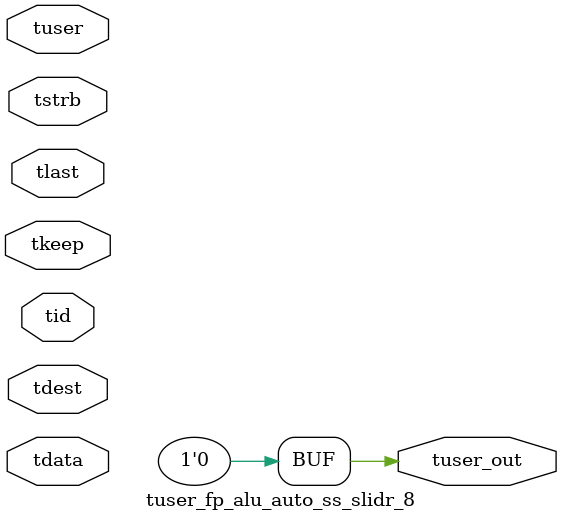
<source format=v>


`timescale 1ps/1ps

module tuser_fp_alu_auto_ss_slidr_8 #
(
parameter C_S_AXIS_TUSER_WIDTH = 1,
parameter C_S_AXIS_TDATA_WIDTH = 32,
parameter C_S_AXIS_TID_WIDTH   = 0,
parameter C_S_AXIS_TDEST_WIDTH = 0,
parameter C_M_AXIS_TUSER_WIDTH = 1
)
(
input  [(C_S_AXIS_TUSER_WIDTH == 0 ? 1 : C_S_AXIS_TUSER_WIDTH)-1:0     ] tuser,
input  [(C_S_AXIS_TDATA_WIDTH == 0 ? 1 : C_S_AXIS_TDATA_WIDTH)-1:0     ] tdata,
input  [(C_S_AXIS_TID_WIDTH   == 0 ? 1 : C_S_AXIS_TID_WIDTH)-1:0       ] tid,
input  [(C_S_AXIS_TDEST_WIDTH == 0 ? 1 : C_S_AXIS_TDEST_WIDTH)-1:0     ] tdest,
input  [(C_S_AXIS_TDATA_WIDTH/8)-1:0 ] tkeep,
input  [(C_S_AXIS_TDATA_WIDTH/8)-1:0 ] tstrb,
input                                                                    tlast,
output [C_M_AXIS_TUSER_WIDTH-1:0] tuser_out
);

assign tuser_out = {1'b0};

endmodule


</source>
